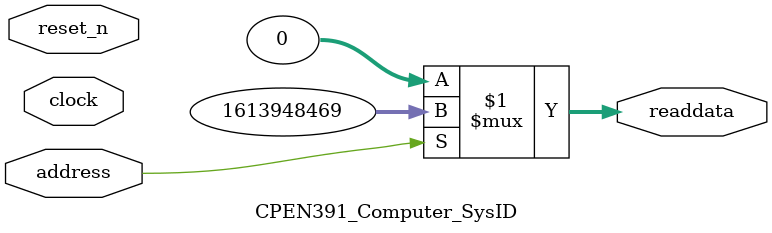
<source format=v>



// synthesis translate_off
`timescale 1ns / 1ps
// synthesis translate_on

// turn off superfluous verilog processor warnings 
// altera message_level Level1 
// altera message_off 10034 10035 10036 10037 10230 10240 10030 

module CPEN391_Computer_SysID (
               // inputs:
                address,
                clock,
                reset_n,

               // outputs:
                readdata
             )
;

  output  [ 31: 0] readdata;
  input            address;
  input            clock;
  input            reset_n;

  wire    [ 31: 0] readdata;
  //control_slave, which is an e_avalon_slave
  assign readdata = address ? 1613948469 : 0;

endmodule



</source>
